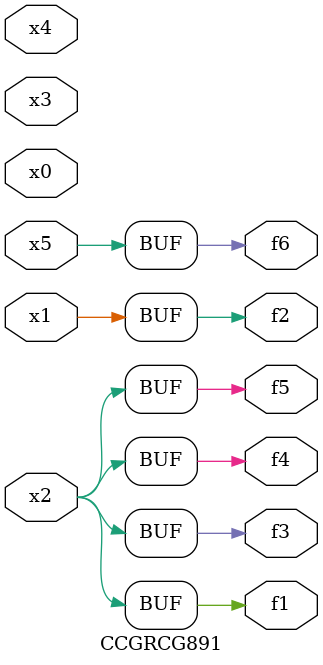
<source format=v>
module CCGRCG891(
	input x0, x1, x2, x3, x4, x5,
	output f1, f2, f3, f4, f5, f6
);
	assign f1 = x2;
	assign f2 = x1;
	assign f3 = x2;
	assign f4 = x2;
	assign f5 = x2;
	assign f6 = x5;
endmodule

</source>
